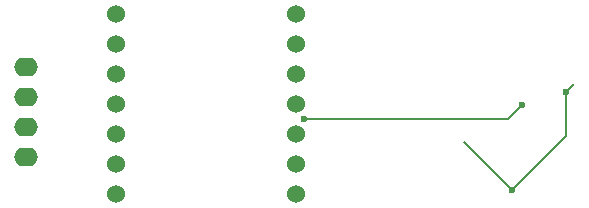
<source format=gbr>
%TF.GenerationSoftware,KiCad,Pcbnew,9.0.3*%
%TF.CreationDate,2025-08-02T21:47:09-04:00*%
%TF.ProjectId,hermes,6865726d-6573-42e6-9b69-6361645f7063,rev?*%
%TF.SameCoordinates,Original*%
%TF.FileFunction,Copper,L2,Bot*%
%TF.FilePolarity,Positive*%
%FSLAX46Y46*%
G04 Gerber Fmt 4.6, Leading zero omitted, Abs format (unit mm)*
G04 Created by KiCad (PCBNEW 9.0.3) date 2025-08-02 21:47:09*
%MOMM*%
%LPD*%
G01*
G04 APERTURE LIST*
%TA.AperFunction,ComponentPad*%
%ADD10C,1.524000*%
%TD*%
%TA.AperFunction,ComponentPad*%
%ADD11O,2.000000X1.600000*%
%TD*%
%TA.AperFunction,ViaPad*%
%ADD12C,0.600000*%
%TD*%
%TA.AperFunction,Conductor*%
%ADD13C,0.200000*%
%TD*%
G04 APERTURE END LIST*
D10*
%TO.P,U1,1,GPIO26/ADC0/A0*%
%TO.N,unconnected-(U1-GPIO26{slash}ADC0{slash}A0-Pad1)_1*%
X138571000Y-75594500D03*
%TO.P,U1,2,GPIO27/ADC1/A1*%
%TO.N,unconnected-(U1-GPIO27{slash}ADC1{slash}A1-Pad2)*%
X138571000Y-78134500D03*
%TO.P,U1,3,GPIO28/ADC2/A2*%
%TO.N,unconnected-(U1-GPIO28{slash}ADC2{slash}A2-Pad3)*%
X138571000Y-80674500D03*
%TO.P,U1,4,GPIO29/ADC3/A3*%
%TO.N,unconnected-(U1-GPIO29{slash}ADC3{slash}A3-Pad4)_1*%
X138571000Y-83214500D03*
%TO.P,U1,5,GPIO6/SDA*%
%TO.N,Net-(U1-GPIO6{slash}SDA)*%
X138571000Y-85754500D03*
%TO.P,U1,6,GPIO7/SCL*%
%TO.N,Net-(U1-GPIO7{slash}SCL)*%
X138571000Y-88294500D03*
%TO.P,U1,7,GPIO0/TX*%
%TO.N,unconnected-(U1-GPIO0{slash}TX-Pad7)*%
X138571000Y-90834500D03*
%TO.P,U1,8,GPIO1/RX*%
%TO.N,unconnected-(U1-GPIO1{slash}RX-Pad8)_1*%
X153811000Y-90834500D03*
%TO.P,U1,9,GPIO2/SCK*%
%TO.N,unconnected-(U1-GPIO2{slash}SCK-Pad9)_1*%
X153811000Y-88294500D03*
%TO.P,U1,10,GPIO4/MISO*%
%TO.N,unconnected-(U1-GPIO4{slash}MISO-Pad10)*%
X153811000Y-85754500D03*
%TO.P,U1,11,GPIO3/MOSI*%
%TO.N,unconnected-(U1-GPIO3{slash}MOSI-Pad11)_1*%
X153811000Y-83214500D03*
%TO.P,U1,12,3V3*%
%TO.N,+3V3*%
X153811000Y-80674500D03*
%TO.P,U1,13,GND*%
%TO.N,GND*%
X153811000Y-78134500D03*
%TO.P,U1,14,VBUS*%
%TO.N,unconnected-(U1-VBUS-Pad14)_1*%
X153811000Y-75594500D03*
%TD*%
D11*
%TO.P,J1,1,GND*%
%TO.N,GND*%
X130950000Y-80080000D03*
%TO.P,J1,2,VCC*%
%TO.N,+3V3*%
X130950000Y-82620000D03*
%TO.P,J1,3,SCL*%
%TO.N,SCL*%
X130950000Y-85160000D03*
%TO.P,J1,4,SDA*%
%TO.N,SDA*%
X130950000Y-87700000D03*
%TD*%
D12*
%TO.N,SDA*%
X154524000Y-84484500D03*
X172962000Y-83271500D03*
%TO.N,SCL*%
X176677000Y-82222000D03*
X172115000Y-90464600D03*
%TD*%
D13*
%TO.N,SDA*%
X154524000Y-84484400D02*
X154524000Y-84484500D01*
X171749000Y-84484400D02*
X154524000Y-84484400D01*
X172962000Y-83271500D02*
X171749000Y-84484400D01*
%TO.N,SCL*%
X172115000Y-90464600D02*
X168048000Y-86397000D01*
X176677000Y-85903300D02*
X176677000Y-82222000D01*
X172115000Y-90464600D02*
X176677000Y-85903300D01*
X177399000Y-81500000D02*
X176677000Y-82222000D01*
X176677000Y-82222000D02*
X177399000Y-81500000D01*
X168048000Y-86397000D02*
X172115000Y-90464600D01*
%TD*%
M02*

</source>
